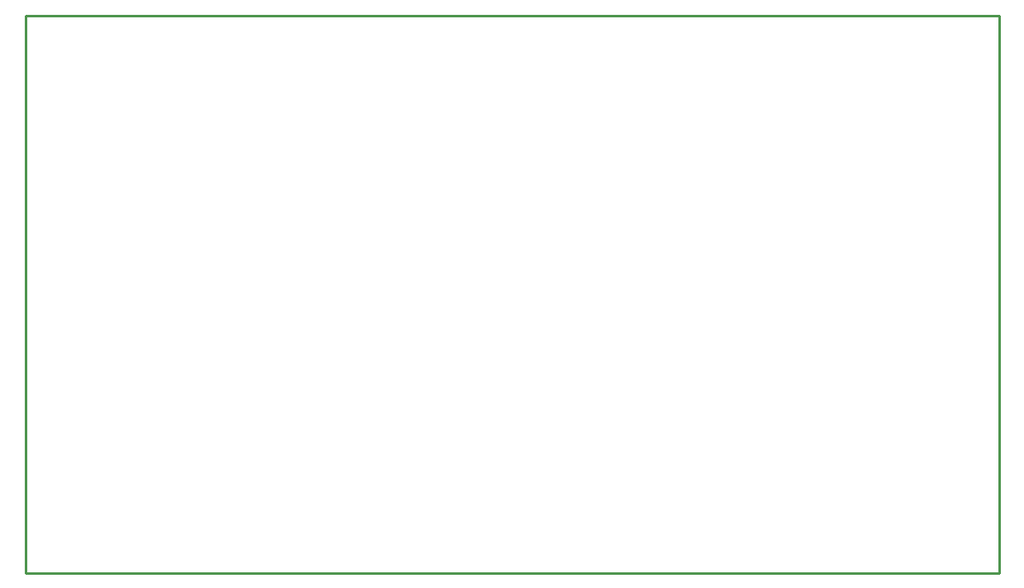
<source format=gbr>
G04 EAGLE Gerber RS-274X export*
G75*
%MOMM*%
%FSLAX34Y34*%
%LPD*%
%IN*%
%IPPOS*%
%AMOC8*
5,1,8,0,0,1.08239X$1,22.5*%
G01*
%ADD10C,0.254000*%


D10*
X0Y0D02*
X996950Y0D01*
X996950Y571500D01*
X0Y571500D01*
X0Y0D01*
M02*

</source>
